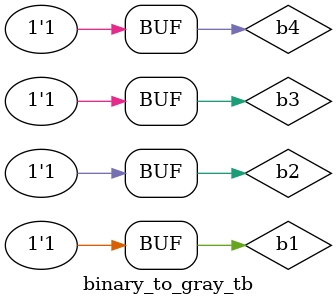
<source format=v>
module binary_to_gray(
    input b1,
    input b2,
    input b3,
    input b4,
    output g1,
    output g2,
    output g3,
    output g4
    );
buf(g1,b1);
xor (g2,b1,b2),(g3,b2,b3),(g4,b3,b4);
endmodule

module binary_to_gray_tb;
reg b1,b2,b3,b4;
wire g1,g2,g3,g4;
binary_to_gray bg(b1,b2,b3,b4,g1,g2,g3,g4);

initial 
begin
// Initialize Inputs
b1 = 0;b2 = 0;b3 = 0;b4 = 0;
// Wait 100 ns for global reset to finish
#100;
// Add stimulus here
#100;
b1 = 0;b2 = 0;b3 = 0;b4 = 1;
#100;
b1 = 0;b2 = 0;b3 = 1;b4 = 0;
#100;
b1 = 0;b2 = 0;b3 = 1;b4 = 1;
#100;
b1 = 0;b2 = 1;b3 = 0;b4 = 0;
#100;
b1 = 0;b2 = 1;b3 = 0;b4 = 1;
#100;
b1 = 0;b2 = 1;b3 = 1;b4 = 0;
#100;
b1 = 0;b2 = 1;b3 = 1;b4 = 1;
#100;
b1 = 1;b2 = 0;b3 = 0;b4 = 0;
#100;
b1 = 1;b2 = 0;b3 = 0;b4 = 1;
#100;
b1 = 1;b2 = 0;b3 = 1;b4 = 0;
#100;
b1 = 1;b2 = 0;b3 = 1;b4 = 1;
#100;
b1 = 1;b2 = 1;b3 = 0;b4 = 0;
#100;
b1 = 1;b2 = 1;b3 = 0;b4 = 1;
#100;
b1 = 1;b2 = 1;b3 = 1;b4 = 0;
#100;
b1 = 1;b2 = 1;b3 = 1;b4 = 1;
end
endmodule

</source>
